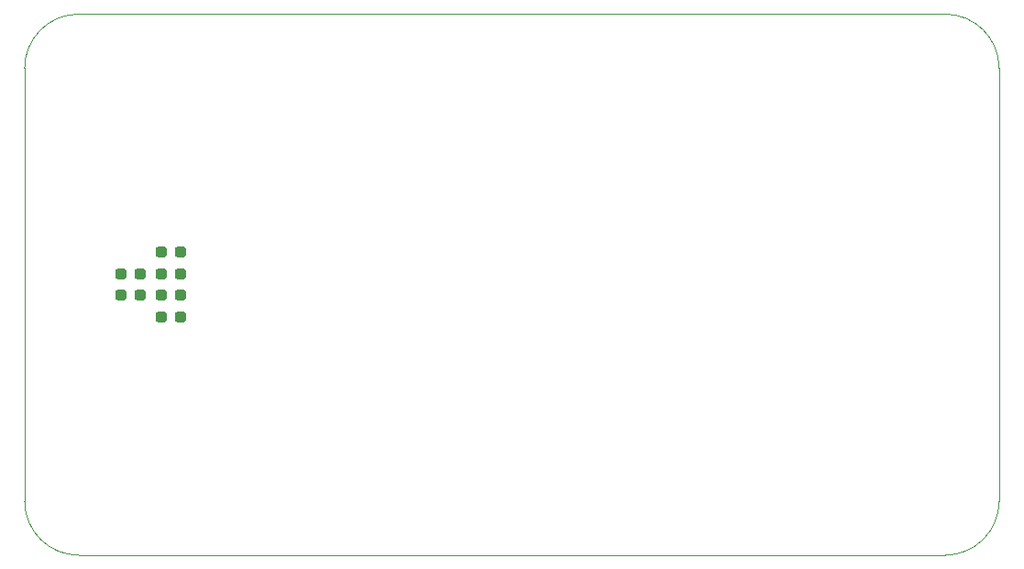
<source format=gtp>
G04 #@! TF.GenerationSoftware,KiCad,Pcbnew,(5.99.0-4013-gfd874d834)*
G04 #@! TF.CreationDate,2020-10-14T12:43:31+02:00*
G04 #@! TF.ProjectId,OtterPill,4f747465-7250-4696-9c6c-2e6b69636164,rev?*
G04 #@! TF.SameCoordinates,Original*
G04 #@! TF.FileFunction,Paste,Top*
G04 #@! TF.FilePolarity,Positive*
%FSLAX46Y46*%
G04 Gerber Fmt 4.6, Leading zero omitted, Abs format (unit mm)*
G04 Created by KiCad (PCBNEW (5.99.0-4013-gfd874d834)) date 2020-10-14 12:43:31*
%MOMM*%
%LPD*%
G01*
G04 APERTURE LIST*
G04 Aperture macros list*
%AMRoundRect*
0 Rectangle with rounded corners*
0 $1 Rounding radius*
0 $2 $3 $4 $5 $6 $7 $8 $9 X,Y pos of 4 corners*
0 Add a 4 corners polygon primitive as box body*
4,1,4,$2,$3,$4,$5,$6,$7,$8,$9,$2,$3,0*
0 Add four circle primitives for the rounded corners*
1,1,$1+$1,$2,$3,0*
1,1,$1+$1,$4,$5,0*
1,1,$1+$1,$6,$7,0*
1,1,$1+$1,$8,$9,0*
0 Add four rect primitives between the rounded corners*
20,1,$1+$1,$2,$3,$4,$5,0*
20,1,$1+$1,$4,$5,$6,$7,0*
20,1,$1+$1,$6,$7,$8,$9,0*
20,1,$1+$1,$8,$9,$2,$3,0*%
G04 Aperture macros list end*
G04 #@! TA.AperFunction,Profile*
%ADD10C,0.050000*%
G04 #@! TD*
%ADD11RoundRect,0.237500X-0.287500X-0.237500X0.287500X-0.237500X0.287500X0.237500X-0.287500X0.237500X0*%
%ADD12RoundRect,0.237500X0.287500X0.237500X-0.287500X0.237500X-0.287500X-0.237500X0.287500X-0.237500X0*%
G04 APERTURE END LIST*
D10*
X225200000Y-48500000D02*
X225200000Y-88500000D01*
X140200000Y-93500000D02*
G75*
G02*
X135200000Y-88500000I0J5000000D01*
G01*
X220200000Y-43500000D02*
G75*
G02*
X225200000Y-48500000I0J-5000000D01*
G01*
X225200000Y-88500000D02*
G75*
G02*
X220200000Y-93500000I-5000000J0D01*
G01*
X140200000Y-43500000D02*
X220200000Y-43500000D01*
X135200000Y-48500000D02*
G75*
G02*
X140200000Y-43500000I5000000J0D01*
G01*
X135200000Y-88500000D02*
X135200000Y-48500000D01*
X220200000Y-93500000D02*
X140200000Y-93500000D01*
D11*
X147825000Y-69500000D03*
X149575000Y-69500000D03*
D12*
X149575000Y-67500000D03*
X147825000Y-67500000D03*
D11*
X144125000Y-69500000D03*
X145875000Y-69500000D03*
D12*
X149575000Y-71500000D03*
X147825000Y-71500000D03*
D11*
X147825000Y-65500000D03*
X149575000Y-65500000D03*
D12*
X145875000Y-67500000D03*
X144125000Y-67500000D03*
M02*

</source>
